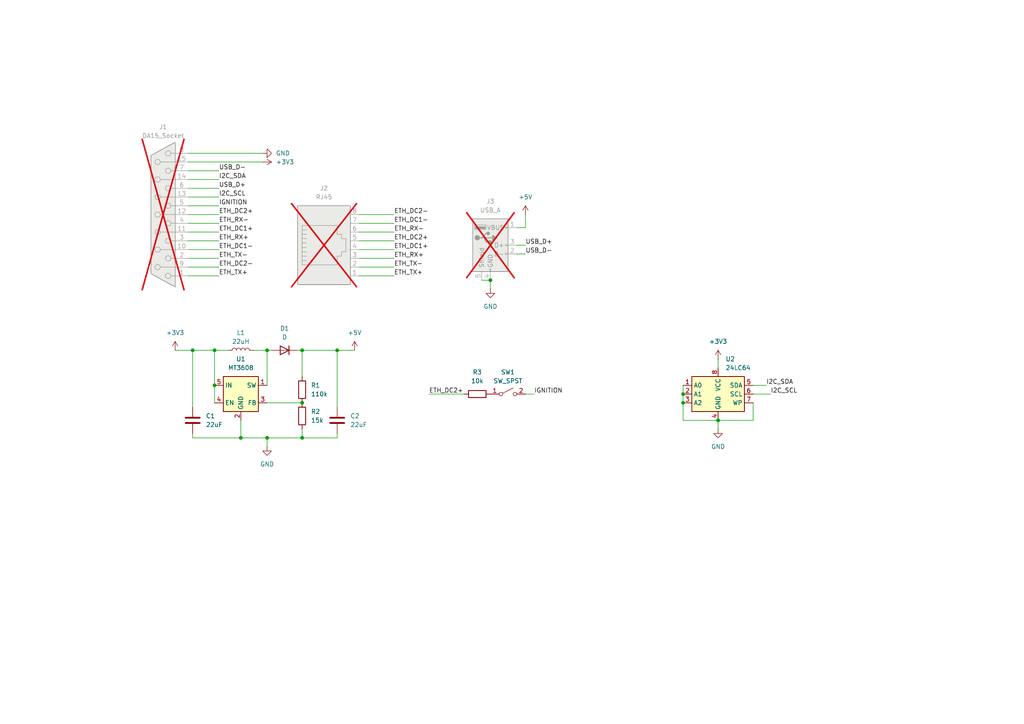
<source format=kicad_sch>
(kicad_sch (version 20250114) (generator "eeschema") (generator_version "9.0")
  (paper "A4")
  (lib_symbols
    (symbol "Connector:DA15_Socket" (pin_names (offset 1.016) (hide yes))
      (property "Reference" "J" (at 0.508 21.59 0))
      (property "Value" "DA15_Socket" (at 0 -22.225 0))
      (symbol "DA15_Socket_0_1"
        (polyline (pts (xy -3.81 20.955) (xy 3.175 17.145) (xy 3.175 -17.145) (xy -3.81 -20.955) (xy -3.81 20.955)) (stroke (width 0.254)) (fill (type background)))
        (polyline (pts (xy -3.81 17.78) (xy -2.54 17.78)))
        (polyline (pts (xy -3.81 15.24) (xy 0.508 15.24)))
        (polyline (pts (xy -3.81 12.7) (xy -2.54 12.7)))
        (polyline (pts (xy -3.81 10.16) (xy 0.508 10.16)))
        (polyline (pts (xy -3.81 7.62) (xy -2.54 7.62)))
        (polyline (pts (xy -3.81 5.08) (xy 0.508 5.08)))
        (polyline (pts (xy -3.81 2.54) (xy -2.54 2.54)))
        (polyline (pts (xy -3.81 0) (xy 0.508 0)))
        (polyline (pts (xy -3.81 -2.54) (xy -2.54 -2.54)))
        (polyline (pts (xy -3.81 -5.08) (xy 0.508 -5.08)))
        (polyline (pts (xy -3.81 -7.62) (xy -2.54 -7.62)))
        (polyline (pts (xy -3.81 -10.16) (xy 0.508 -10.16)))
        (polyline (pts (xy -3.81 -12.7) (xy -2.54 -12.7)))
        (polyline (pts (xy -3.81 -15.24) (xy 0.508 -15.24)))
        (polyline (pts (xy -3.81 -17.78) (xy -2.54 -17.78)))
        (circle (center -1.778 17.78) (radius 0.762))
        (circle (center -1.778 12.7) (radius 0.762))
        (circle (center -1.778 7.62) (radius 0.762))
        (circle (center -1.778 2.54) (radius 0.762))
        (circle (center -1.778 -2.54) (radius 0.762))
        (circle (center -1.778 -7.62) (radius 0.762))
        (circle (center -1.778 -12.7) (radius 0.762))
        (circle (center -1.778 -17.78) (radius 0.762))
        (circle (center 1.27 15.24) (radius 0.762))
        (circle (center 1.27 10.16) (radius 0.762))
        (circle (center 1.27 5.08) (radius 0.762))
        (circle (center 1.27 0) (radius 0.762))
        (circle (center 1.27 -5.08) (radius 0.762))
        (circle (center 1.27 -10.16) (radius 0.762))
        (circle (center 1.27 -15.24) (radius 0.762))
      )
      (symbol "DA15_Socket_1_1"
        (pin passive line (at -7.62 17.78 0) (length 3.81) (name "1") (number "1"))
        (pin passive line (at -7.62 15.24 0) (length 3.81) (name "P9") (number "9"))
        (pin passive line (at -7.62 12.7 0) (length 3.81) (name "2") (number "2"))
        (pin passive line (at -7.62 10.16 0) (length 3.81) (name "P10") (number "10"))
        (pin passive line (at -7.62 7.62 0) (length 3.81) (name "3") (number "3"))
        (pin passive line (at -7.62 5.08 0) (length 3.81) (name "P111") (number "11"))
        (pin passive line (at -7.62 2.54 0) (length 3.81) (name "4") (number "4"))
        (pin passive line (at -7.62 0 0) (length 3.81) (name "P12") (number "12"))
        (pin passive line (at -7.62 -2.54 0) (length 3.81) (name "5") (number "5"))
        (pin passive line (at -7.62 -5.08 0) (length 3.81) (name "P13") (number "13"))
        (pin passive line (at -7.62 -7.62 0) (length 3.81) (name "6") (number "6"))
        (pin passive line (at -7.62 -10.16 0) (length 3.81) (name "P14") (number "14"))
        (pin passive line (at -7.62 -12.7 0) (length 3.81) (name "7") (number "7"))
        (pin passive line (at -7.62 -15.24 0) (length 3.81) (name "P15") (number "15"))
        (pin passive line (at -7.62 -17.78 0) (length 3.81) (name "8") (number "8"))
      )
    )
    (symbol "Connector:RJ45" (pin_names (offset 1.016))
      (property "Reference" "J" (at -5.08 13.97 0))
      (property "Value" "RJ45" (at 2.54 13.97 0))
      (symbol "RJ45_0_1"
        (polyline (pts (xy -6.35 1.905) (xy -5.08 1.905) (xy -5.08 1.905)))
        (polyline (pts (xy -6.35 0.635) (xy -5.08 0.635) (xy -5.08 0.635)))
        (polyline (pts (xy -6.35 -0.635) (xy -5.08 -0.635) (xy -5.08 -0.635)))
        (polyline (pts (xy -6.35 -1.905) (xy -5.08 -1.905) (xy -5.08 -1.905)))
        (polyline (pts (xy -6.35 -3.175) (xy -5.08 -3.175) (xy -5.08 -3.175)))
        (polyline (pts (xy -6.35 -4.445) (xy -6.35 6.985) (xy 3.81 6.985) (xy 3.81 4.445) (xy 5.08 4.445) (xy 5.08 3.175) (xy 6.35 3.175) (xy 6.35 -0.635) (xy 5.08 -0.635) (xy 5.08 -1.905) (xy 3.81 -1.905) (xy 3.81 -4.445) (xy -6.35 -4.445) (xy -6.35 -4.445)))
        (polyline (pts (xy -5.08 5.715) (xy -6.35 5.715)))
        (polyline (pts (xy -5.08 4.445) (xy -6.35 4.445)))
        (polyline (pts (xy -5.08 3.175) (xy -6.35 3.175) (xy -6.35 3.175)))
        (rectangle (start 7.62 12.7) (end -7.62 -10.16) (stroke (width 0.254)) (fill (type background)))
      )
      (symbol "RJ45_1_1"
        (pin passive line (at 10.16 10.16 180) (length 2.54) (name "~") (number "8"))
        (pin passive line (at 10.16 7.62 180) (length 2.54) (name "~") (number "7"))
        (pin passive line (at 10.16 5.08 180) (length 2.54) (name "~") (number "6"))
        (pin passive line (at 10.16 2.54 180) (length 2.54) (name "~") (number "5"))
        (pin passive line (at 10.16 0 180) (length 2.54) (name "~") (number "4"))
        (pin passive line (at 10.16 -2.54 180) (length 2.54) (name "~") (number "3"))
        (pin passive line (at 10.16 -5.08 180) (length 2.54) (name "~") (number "2"))
        (pin passive line (at 10.16 -7.62 180) (length 2.54) (name "~") (number "1"))
      )
    )
    (symbol "Connector:USB_A" (pin_names (offset 1.016))
      (property "Reference" "J" (at -5.08 11.43 0))
      (property "Value" "USB_A" (at -5.08 8.89 0))
      (symbol "USB_A_0_1"
        (rectangle (start -5.08 -7.62) (end 5.08 7.62) (stroke (width 0.254)) (fill (type background)))
        (circle (center -3.81 2.159) (radius 0.635) (stroke (width 0.254)) (fill (type outline)))
        (polyline (pts (xy -3.175 2.159) (xy -2.54 2.159) (xy -1.27 3.429) (xy -0.635 3.429)) (stroke (width 0.254)))
        (polyline (pts (xy -2.54 2.159) (xy -1.905 2.159) (xy -1.27 0.889) (xy 0 0.889)) (stroke (width 0.254)))
        (rectangle (start -1.524 4.826) (end -4.318 5.334) (fill (type outline)))
        (rectangle (start -1.27 4.572) (end -4.572 5.842))
        (circle (center -0.635 3.429) (radius 0.381) (stroke (width 0.254)) (fill (type outline)))
        (rectangle (start -0.127 -7.62) (end 0.127 -6.858))
        (rectangle (start 0.254 1.27) (end -0.508 0.508) (stroke (width 0.254)) (fill (type outline)))
        (polyline (pts (xy 0.635 2.794) (xy 0.635 1.524) (xy 1.905 2.159) (xy 0.635 2.794)) (stroke (width 0.254)) (fill (type outline)))
        (rectangle (start 5.08 4.953) (end 4.318 5.207))
        (rectangle (start 5.08 -0.127) (end 4.318 0.127))
        (rectangle (start 5.08 -2.667) (end 4.318 -2.413))
      )
      (symbol "USB_A_1_1"
        (polyline (pts (xy -1.905 2.159) (xy 0.635 2.159)) (stroke (width 0.254)))
        (pin passive line (at -2.54 -10.16 90) (length 2.54) (name "Shield") (number "5"))
        (pin power_in line (at 0 -10.16 90) (length 2.54) (name "GND") (number "4"))
        (pin power_in line (at 7.62 5.08 180) (length 2.54) (name "VBUS") (number "1"))
        (pin bidirectional line (at 7.62 0 180) (length 2.54) (name "D+") (number "3"))
        (pin bidirectional line (at 7.62 -2.54 180) (length 2.54) (name "D-") (number "2"))
      )
    )
    (symbol "Device:C" (pin_numbers (hide yes)) (pin_names (offset 0.254))
      (property "Reference" "C" (at 0.635 2.54 0))
      (property "Value" "C" (at 0.635 -2.54 0))
      (symbol "C_0_1"
        (polyline (pts (xy -2.032 0.762) (xy 2.032 0.762)) (stroke (width 0.508)))
        (polyline (pts (xy -2.032 -0.762) (xy 2.032 -0.762)) (stroke (width 0.508)))
      )
      (symbol "C_1_1"
        (pin passive line (at 0 3.81 270) (length 2.794) (name "~") (number "1"))
        (pin passive line (at 0 -3.81 90) (length 2.794) (name "~") (number "2"))
      )
    )
    (symbol "Device:D" (pin_numbers (hide yes)) (pin_names (offset 1.016) (hide yes))
      (property "Reference" "D" (at 0 2.54 0))
      (property "Value" "D" (at 0 -2.54 0))
      (symbol "D_0_1"
        (polyline (pts (xy -1.27 1.27) (xy -1.27 -1.27)) (stroke (width 0.254)))
        (polyline (pts (xy 1.27 1.27) (xy 1.27 -1.27) (xy -1.27 0) (xy 1.27 1.27)) (stroke (width 0.254)))
        (polyline (pts (xy 1.27 0) (xy -1.27 0)))
      )
      (symbol "D_1_1"
        (pin passive line (at -3.81 0 0) (length 2.54) (name "K") (number "1"))
        (pin passive line (at 3.81 0 180) (length 2.54) (name "A") (number "2"))
      )
    )
    (symbol "Device:L" (pin_numbers (hide yes)) (pin_names (offset 1.016) (hide yes))
      (property "Reference" "L" (at -1.27 0 90))
      (property "Value" "L" (at 1.905 0 90))
      (symbol "L_0_1"
        (arc (start 0 2.54) (mid 0.6323 1.905) (end 0 1.27))
        (arc (start 0 1.27) (mid 0.6323 0.635) (end 0 0))
        (arc (start 0 0) (mid 0.6323 -0.635) (end 0 -1.27))
        (arc (start 0 -1.27) (mid 0.6323 -1.905) (end 0 -2.54))
      )
      (symbol "L_1_1"
        (pin passive line (at 0 3.81 270) (length 1.27) (name "1") (number "1"))
        (pin passive line (at 0 -3.81 90) (length 1.27) (name "2") (number "2"))
      )
    )
    (symbol "Device:R" (pin_numbers (hide yes)) (pin_names (offset 0))
      (property "Reference" "R" (at 2.032 0 90))
      (property "Value" "R" (at 0 0 90))
      (symbol "R_0_1"
        (rectangle (start -1.016 -2.54) (end 1.016 2.54) (stroke (width 0.254)))
      )
      (symbol "R_1_1"
        (pin passive line (at 0 3.81 270) (length 1.27) (name "~") (number "1"))
        (pin passive line (at 0 -3.81 90) (length 1.27) (name "~") (number "2"))
      )
    )
    (symbol "Memory_EEPROM:24LC64"
      (property "Reference" "U" (at -6.35 6.35 0))
      (property "Value" "24LC64" (at 1.27 6.35 0))
      (symbol "24LC64_1_1"
        (rectangle (start -7.62 5.08) (end 7.62 -5.08) (stroke (width 0.254)) (fill (type background)))
        (pin input line (at -10.16 2.54 0) (length 2.54) (name "A0") (number "1"))
        (pin input line (at -10.16 0 0) (length 2.54) (name "A1") (number "2"))
        (pin input line (at -10.16 -2.54 0) (length 2.54) (name "A2") (number "3"))
        (pin power_in line (at 0 7.62 270) (length 2.54) (name "VCC") (number "8"))
        (pin power_in line (at 0 -7.62 90) (length 2.54) (name "GND") (number "4"))
        (pin bidirectional line (at 10.16 2.54 180) (length 2.54) (name "SDA") (number "5"))
        (pin input line (at 10.16 0 180) (length 2.54) (name "SCL") (number "6"))
        (pin input line (at 10.16 -2.54 180) (length 2.54) (name "WP") (number "7"))
      )
    )
    (symbol "Regulator_Switching:MT3608"
      (property "Reference" "U" (at -2.54 8.89 0))
      (property "Value" "MT3608" (at -3.81 6.35 0))
      (symbol "MT3608_0_1"
        (rectangle (start -5.08 5.08) (end 5.08 -5.08) (stroke (width 0.254)) (fill (type background)))
      )
      (symbol "MT3608_1_1"
        (pin power_in line (at -7.62 2.54 0) (length 2.54) (name "IN") (number "5"))
        (pin input line (at -7.62 -2.54 0) (length 2.54) (name "EN") (number "4"))
        (pin power_in line (at 0 -7.62 90) (length 2.54) (name "GND") (number "2"))
        (pin no_connect line (at 5.08 0 180) (length 2.54) (hide yes) (name "NC") (number "6"))
        (pin passive line (at 7.62 2.54 180) (length 2.54) (name "SW") (number "1"))
        (pin input line (at 7.62 -2.54 180) (length 2.54) (name "FB") (number "3"))
      )
    )
    (symbol "Switch:SW_SPST" (pin_names (offset 0) (hide yes))
      (property "Reference" "SW" (at 0 3.175 0))
      (property "Value" "SW_SPST" (at 0 -2.54 0))
      (symbol "SW_SPST_0_0"
        (circle (center -2.032 0) (radius 0.508))
        (polyline (pts (xy -1.524 0.254) (xy 1.524 1.778)))
        (circle (center 2.032 0) (radius 0.508))
      )
      (symbol "SW_SPST_1_1"
        (pin passive line (at -5.08 0 0) (length 2.54) (name "A") (number "1"))
        (pin passive line (at 5.08 0 180) (length 2.54) (name "B") (number "2"))
      )
    )
    (symbol "power:+3V3" (power) (pin_numbers (hide yes)) (pin_names (offset 0) (hide yes))
      (property "Value" "+3V3" (at 0 3.556 0))
      (symbol "+3V3_0_1"
        (polyline (pts (xy -0.762 1.27) (xy 0 2.54)))
        (polyline (pts (xy 0 2.54) (xy 0.762 1.27)))
        (polyline (pts (xy 0 0) (xy 0 2.54)))
      )
      (symbol "+3V3_1_1"
        (pin power_in line (at 0 0 90) (length 0) (name "~") (number "1"))
      )
    )
    (symbol "power:+5V" (power) (pin_numbers (hide yes)) (pin_names (offset 0) (hide yes))
      (property "Value" "+5V" (at 0 3.556 0))
      (symbol "+5V_0_1"
        (polyline (pts (xy -0.762 1.27) (xy 0 2.54)))
        (polyline (pts (xy 0 2.54) (xy 0.762 1.27)))
        (polyline (pts (xy 0 0) (xy 0 2.54)))
      )
      (symbol "+5V_1_1"
        (pin power_in line (at 0 0 90) (length 0) (name "~") (number "1"))
      )
    )
    (symbol "power:GND" (power) (pin_numbers (hide yes)) (pin_names (offset 0) (hide yes))
      (property "Value" "GND" (at 0 -3.81 0))
      (symbol "GND_0_1"
        (polyline (pts (xy 0 0) (xy 0 -1.27) (xy 1.27 -1.27) (xy 0 -2.54) (xy -1.27 -1.27) (xy 0 -1.27)))
      )
      (symbol "GND_1_1"
        (pin power_in line (at 0 0 270) (length 0) (name "~") (number "1"))
      )
    )
  )
  (junction (at 208.28 121.92))
  (junction (at 97.79 101.6))
  (junction (at 198.12 116.84))
  (junction (at 62.23 111.76))
  (junction (at 87.63 101.6))
  (junction (at 55.88 101.6))
  (junction (at 77.47 101.6))
  (junction (at 142.24 81.28))
  (junction (at 87.63 127))
  (junction (at 69.85 127))
  (junction (at 198.12 114.3))
  (junction (at 77.47 127))
  (junction (at 62.23 101.6))
  (junction (at 87.63 116.84))
  (wire (pts (xy 86.36 101.6) (xy 87.63 101.6)))
  (wire (pts (xy 63.5 49.53) (xy 54.61 49.53)))
  (wire (pts (xy 54.61 67.31) (xy 63.5 67.31)))
  (wire (pts (xy 54.61 64.77) (xy 63.5 64.77)))
  (wire (pts (xy 62.23 111.76) (xy 62.23 101.6)))
  (wire (pts (xy 198.12 116.84) (xy 198.12 121.92)))
  (wire (pts (xy 142.24 83.82) (xy 142.24 81.28)))
  (wire (pts (xy 198.12 121.92) (xy 208.28 121.92)))
  (wire (pts (xy 87.63 109.22) (xy 87.63 101.6)))
  (wire (pts (xy 69.85 121.92) (xy 69.85 127)))
  (wire (pts (xy 54.61 69.85) (xy 63.5 69.85)))
  (wire (pts (xy 152.4 62.23) (xy 152.4 66.04)))
  (wire (pts (xy 77.47 127) (xy 87.63 127)))
  (wire (pts (xy 55.88 127) (xy 69.85 127)))
  (wire (pts (xy 55.88 127) (xy 55.88 125.73)))
  (wire (pts (xy 50.8 101.6) (xy 55.88 101.6)))
  (wire (pts (xy 77.47 101.6) (xy 73.66 101.6)))
  (wire (pts (xy 77.47 127) (xy 69.85 127)))
  (wire (pts (xy 54.61 77.47) (xy 63.5 77.47)))
  (wire (pts (xy 218.44 121.92) (xy 208.28 121.92)))
  (wire (pts (xy 54.61 72.39) (xy 63.5 72.39)))
  (wire (pts (xy 198.12 111.76) (xy 198.12 114.3)))
  (wire (pts (xy 104.14 74.93) (xy 114.3 74.93)))
  (wire (pts (xy 78.74 101.6) (xy 77.47 101.6)))
  (wire (pts (xy 76.2 44.45) (xy 54.61 44.45)))
  (wire (pts (xy 208.28 124.46) (xy 208.28 121.92)))
  (wire (pts (xy 62.23 111.76) (xy 62.23 116.84)))
  (wire (pts (xy 54.61 80.01) (xy 63.5 80.01)))
  (wire (pts (xy 87.63 124.46) (xy 87.63 127)))
  (wire (pts (xy 154.94 114.3) (xy 152.4 114.3)))
  (wire (pts (xy 152.4 66.04) (xy 149.86 66.04)))
  (wire (pts (xy 97.79 101.6) (xy 97.79 118.11)))
  (wire (pts (xy 104.14 69.85) (xy 114.3 69.85)))
  (wire (pts (xy 152.4 73.66) (xy 149.86 73.66)))
  (wire (pts (xy 54.61 62.23) (xy 63.5 62.23)))
  (wire (pts (xy 104.14 64.77) (xy 114.3 64.77)))
  (wire (pts (xy 77.47 111.76) (xy 77.47 101.6)))
  (wire (pts (xy 198.12 116.84) (xy 198.12 114.3)))
  (wire (pts (xy 97.79 125.73) (xy 97.79 127)))
  (wire (pts (xy 63.5 52.07) (xy 54.61 52.07)))
  (wire (pts (xy 104.14 72.39) (xy 114.3 72.39)))
  (wire (pts (xy 104.14 62.23) (xy 114.3 62.23)))
  (wire (pts (xy 152.4 71.12) (xy 149.86 71.12)))
  (wire (pts (xy 55.88 101.6) (xy 55.88 118.11)))
  (wire (pts (xy 62.23 101.6) (xy 66.04 101.6)))
  (wire (pts (xy 218.44 116.84) (xy 218.44 121.92)))
  (wire (pts (xy 76.2 46.99) (xy 54.61 46.99)))
  (wire (pts (xy 222.25 111.76) (xy 218.44 111.76)))
  (wire (pts (xy 97.79 101.6) (xy 102.87 101.6)))
  (wire (pts (xy 104.14 67.31) (xy 114.3 67.31)))
  (wire (pts (xy 139.7 81.28) (xy 142.24 81.28)))
  (wire (pts (xy 87.63 101.6) (xy 97.79 101.6)))
  (wire (pts (xy 97.79 127) (xy 87.63 127)))
  (wire (pts (xy 63.5 54.61) (xy 54.61 54.61)))
  (wire (pts (xy 124.46 114.3) (xy 134.62 114.3)))
  (wire (pts (xy 63.5 57.15) (xy 54.61 57.15)))
  (wire (pts (xy 55.88 101.6) (xy 62.23 101.6)))
  (wire (pts (xy 208.28 104.14) (xy 208.28 106.68)))
  (wire (pts (xy 63.5 59.69) (xy 54.61 59.69)))
  (wire (pts (xy 104.14 80.01) (xy 114.3 80.01)))
  (wire (pts (xy 54.61 74.93) (xy 63.5 74.93)))
  (wire (pts (xy 77.47 116.84) (xy 87.63 116.84)))
  (wire (pts (xy 104.14 77.47) (xy 114.3 77.47)))
  (wire (pts (xy 223.52 114.3) (xy 218.44 114.3)))
  (wire (pts (xy 77.47 127) (xy 77.47 129.54)))
  (label "USB_D-" (at 63.5 49.53 0))
  (label "ETH_DC2-" (at 114.3 62.23 0))
  (label "IGNITION" (at 154.94 114.3 0))
  (label "ETH_TX+" (at 114.3 80.01 0))
  (label "ETH_DC1-" (at 63.5 72.39 0))
  (label "ETH_RX+" (at 63.5 69.85 0))
  (label "ETH_DC2+" (at 124.46 114.3 0))
  (label "USB_D+" (at 152.4 71.12 0))
  (label "USB_D-" (at 152.4 73.66 0))
  (label "ETH_TX-" (at 63.5 74.93 0))
  (label "ETH_TX+" (at 63.5 80.01 0))
  (label "ETH_DC1-" (at 114.3 64.77 0))
  (label "ETH_RX-" (at 63.5 64.77 0))
  (label "IGNITION" (at 63.5 59.69 0))
  (label "ETH_DC2+" (at 114.3 69.85 0))
  (label "I2C_SCL" (at 63.5 57.15 0))
  (label "ETH_TX-" (at 114.3 77.47 0))
  (label "ETH_RX+" (at 114.3 74.93 0))
  (label "ETH_DC2-" (at 63.5 77.47 0))
  (label "USB_D+" (at 63.5 54.61 0))
  (label "I2C_SCL" (at 223.52 114.3 0))
  (label "ETH_DC1+" (at 63.5 67.31 0))
  (label "I2C_SDA" (at 222.25 111.76 0))
  (label "ETH_RX-" (at 114.3 67.31 0))
  (label "ETH_DC1+" (at 114.3 72.39 0))
  (label "I2C_SDA" (at 63.5 52.07 0))
  (label "ETH_DC2+" (at 63.5 62.23 0))
  (symbol (lib_id "Connector:RJ45") (at 93.98 72.39 0) (unit 1) (in_bom no) (dnp yes)
    (property "Reference" "J2" (at 93.98 54.61 0))
    (property "Value" "RJ45" (at 93.98 57.15 0))
    (property "Footprint" "Connector_RJ:RJ45_OST_PJ012-8P8CX_Vertical" (effects (hide yes)))
    (property "Description" "RJ connector, 8P8C (8 positions 8 connected)" (effects (hide yes)))
  )
  (symbol (lib_id "power:+3V3") (at 76.2 46.99 270) (unit 1)
    (property "Reference" "#PWR07" (effects (hide yes)))
    (property "Value" "+3V3" (at 80.01 46.9899 90) (effects (justify left)))
    (property "Description" "Power symbol creates a global label with name \"+3V3\"" (effects (hide yes)))
  )
  (symbol (lib_id "Regulator_Switching:MT3608") (at 69.85 114.3 0) (unit 1)
    (property "Reference" "U1" (at 69.85 104.14 0))
    (property "Value" "MT3608" (at 69.85 106.68 0))
    (property "Footprint" "Package_TO_SOT_SMD:SOT-23-6" (effects (hide yes)))
    (property "Datasheet" "https://www.lcsc.com/datasheet/C84817.pdf" (effects (hide yes)))
    (property "Description" "High Efficiency 1.2MHz 2A Step Up Converter, 2-24V Vin, 28V Vout, 4A current limit, 1.2MHz, SOT23-6" (effects (hide yes)))
    (property "LCSC" "C84817" (effects (hide yes)))
  )
  (symbol (lib_id "power:+3V3") (at 208.28 104.14 0) (unit 1)
    (property "Reference" "#PWR09" (effects (hide yes)))
    (property "Value" "+3V3" (at 208.28 99.06 0))
    (property "Description" "Power symbol creates a global label with name \"+3V3\"" (effects (hide yes)))
  )
  (symbol (lib_id "Switch:SW_SPST") (at 147.32 114.3 0) (unit 1)
    (property "Reference" "SW1" (at 147.32 107.95 0))
    (property "Value" "SW_SPST" (at 147.32 110.49 0))
    (property "Footprint" "Button_Switch_SMD:SW_SPST_TS-1088-xR020" (effects (hide yes)))
    (property "Datasheet" "https://www.lcsc.com/datasheet/C720477.pdf" (effects (hide yes)))
    (property "Description" "Single Pole Single Throw (SPST) switch" (effects (hide yes)))
    (property "LCSC" "C720477" (effects (hide yes)))
  )
  (symbol (lib_id "Connector:USB_A") (at 142.24 71.12 0) (unit 1) (in_bom no) (dnp yes)
    (property "Reference" "J3" (at 142.24 58.42 0))
    (property "Value" "USB_A" (at 142.24 60.96 0))
    (property "Footprint" "Connector_USB:USB_A_Molex_105057_Vertical" (effects (hide yes)))
    (property "Description" "USB Type A connector" (effects (hide yes)))
  )
  (symbol (lib_id "power:GND") (at 77.47 129.54 0) (unit 1)
    (property "Reference" "#PWR01" (effects (hide yes)))
    (property "Value" "GND" (at 77.47 134.62 0))
    (property "Description" "Power symbol creates a global label with name \"GND\" , ground" (effects (hide yes)))
  )
  (symbol (lib_id "power:GND") (at 208.28 124.46 0) (unit 1)
    (property "Reference" "#PWR08" (effects (hide yes)))
    (property "Value" "GND" (at 208.28 129.54 0))
    (property "Description" "Power symbol creates a global label with name \"GND\" , ground" (effects (hide yes)))
  )
  (symbol (lib_id "power:+3V3") (at 50.8 101.6 0) (unit 1)
    (property "Reference" "#PWR02" (effects (hide yes)))
    (property "Value" "+3V3" (at 50.8 96.52 0))
    (property "Description" "Power symbol creates a global label with name \"+3V3\"" (effects (hide yes)))
  )
  (symbol (lib_id "power:GND") (at 76.2 44.45 90) (unit 1)
    (property "Reference" "#PWR04" (effects (hide yes)))
    (property "Value" "GND" (at 80.01 44.4499 90) (effects (justify right)))
    (property "Description" "Power symbol creates a global label with name \"GND\" , ground" (effects (hide yes)))
  )
  (symbol (lib_id "Connector:DA15_Socket") (at 46.99 62.23 180) (unit 1) (in_bom no) (dnp yes)
    (property "Reference" "J1" (at 47.3075 36.83 0))
    (property "Value" "DA15_Socket" (at 47.3075 39.37 0))
    (property "Footprint" "Connector_Dsub:DSUB-15_Socket_Vertical_P2.77x2.84mm" (effects (hide yes)))
    (property "Description" "15-pin D-SUB connector, socket (female) (low-density/2 columns)" (effects (hide yes)))
  )
  (symbol (lib_id "Memory_EEPROM:24LC64") (at 208.28 114.3 0) (unit 1)
    (property "Reference" "U2" (at 210.4233 104.14 0) (effects (justify left)))
    (property "Value" "24LC64" (at 210.4233 106.68 0) (effects (justify left)))
    (property "Footprint" "Package_SO:SOIC-8_3.9x4.9mm_P1.27mm" (effects (hide yes)))
    (property "Datasheet" "http://ww1.microchip.com/downloads/en/DeviceDoc/21189f.pdf" (effects (hide yes)))
    (property "Description" "I2C Serial EEPROM, 64Kb, DIP-8/SOIC-8/TSSOP-8/DFN-8" (effects (hide yes)))
    (property "LCSC" "C511260" (effects (hide yes)))
  )
  (symbol (lib_id "Device:D") (at 82.55 101.6 180) (unit 1)
    (property "Reference" "D1" (at 82.55 95.25 0))
    (property "Value" "D" (at 82.55 97.79 0))
    (property "Footprint" "Diode_SMD:D_SMA" (effects (hide yes)))
    (property "Datasheet" "https://www.lcsc.com/datasheet/C727050.pdf" (effects (hide yes)))
    (property "Description" "Diode" (effects (hide yes)))
    (property "Sim.Device" "D" (effects (hide yes)))
    (property "Sim.Pins" "1=K 2=A" (effects (hide yes)))
    (property "LCSC" "C727050" (effects (hide yes)))
  )
  (symbol (lib_id "Device:R") (at 87.63 120.65 0) (unit 1)
    (property "Reference" "R2" (at 90.17 119.3799 0) (effects (justify left)))
    (property "Value" "15k" (at 90.17 121.9199 0) (effects (justify left)))
    (property "Footprint" "Resistor_SMD:R_0603_1608Metric" (effects (hide yes)))
    (property "Datasheet" "https://www.lcsc.com/datasheet/C2906995.pdf" (effects (hide yes)))
    (property "Description" "Resistor" (effects (hide yes)))
    (property "LCSC" "C2906995" (effects (hide yes)))
  )
  (symbol (lib_id "Device:R") (at 87.63 113.03 0) (unit 1)
    (property "Reference" "R1" (at 90.17 111.7599 0) (effects (justify left)))
    (property "Value" "110k" (at 90.17 114.2999 0) (effects (justify left)))
    (property "Footprint" "Resistor_SMD:R_0603_1608Metric" (effects (hide yes)))
    (property "Datasheet" "https://www.lcsc.com/datasheet/C2906984.pdf" (effects (hide yes)))
    (property "Description" "Resistor" (effects (hide yes)))
    (property "LCSC" "C2906984" (effects (hide yes)))
  )
  (symbol (lib_id "power:+5V") (at 152.4 62.23 0) (unit 1)
    (property "Reference" "#PWR06" (effects (hide yes)))
    (property "Value" "+5V" (at 152.4 57.15 0))
    (property "Description" "Power symbol creates a global label with name \"+5V\"" (effects (hide yes)))
  )
  (symbol (lib_id "Device:L") (at 69.85 101.6 90) (unit 1)
    (property "Reference" "L1" (at 69.85 96.52 90))
    (property "Value" "22uH" (at 69.85 99.06 90))
    (property "Footprint" "Inductor_SMD:L_APV_APH0630" (effects (hide yes)))
    (property "Datasheet" "https://www.lcsc.com/datasheet/C5349702.pdf" (effects (hide yes)))
    (property "Description" "Inductor" (effects (hide yes)))
    (property "LCSC" "C5349702" (effects (hide yes)))
  )
  (symbol (lib_id "power:GND") (at 142.24 83.82 0) (unit 1)
    (property "Reference" "#PWR05" (effects (hide yes)))
    (property "Value" "GND" (at 142.24 88.9 0))
    (property "Description" "Power symbol creates a global label with name \"GND\" , ground" (effects (hide yes)))
  )
  (symbol (lib_id "Device:C") (at 55.88 121.92 0) (unit 1)
    (property "Reference" "C1" (at 59.69 120.6499 0) (effects (justify left)))
    (property "Value" "22uF" (at 59.69 123.1899 0) (effects (justify left)))
    (property "Footprint" "Capacitor_SMD:C_0603_1608Metric" (effects (hide yes)))
    (property "Datasheet" "https://www.lcsc.com/datasheet/C86295.pdf" (effects (hide yes)))
    (property "Description" "Unpolarized capacitor" (effects (hide yes)))
    (property "LCSC" "C86295" (effects (hide yes)))
  )
  (symbol (lib_id "Device:C") (at 97.79 121.92 0) (unit 1)
    (property "Reference" "C2" (at 101.6 120.6499 0) (effects (justify left)))
    (property "Value" "22uF" (at 101.6 123.1899 0) (effects (justify left)))
    (property "Footprint" "Capacitor_SMD:C_0603_1608Metric" (effects (hide yes)))
    (property "Datasheet" "https://www.lcsc.com/datasheet/C86295.pdf" (effects (hide yes)))
    (property "Description" "Unpolarized capacitor" (effects (hide yes)))
    (property "LCSC" "C86295" (effects (hide yes)))
  )
  (symbol (lib_id "power:+5V") (at 102.87 101.6 0) (unit 1)
    (property "Reference" "#PWR03" (effects (hide yes)))
    (property "Value" "+5V" (at 102.87 96.52 0))
    (property "Description" "Power symbol creates a global label with name \"+5V\"" (effects (hide yes)))
  )
  (symbol (lib_id "Device:R") (at 138.43 114.3 90) (unit 1)
    (property "Reference" "R3" (at 138.43 107.95 90))
    (property "Value" "10k" (at 138.43 110.49 90))
    (property "Footprint" "Resistor_SMD:R_0603_1608Metric" (effects (hide yes)))
    (property "Datasheet" "https://www.lcsc.com/datasheet/C2930027.pdf" (effects (hide yes)))
    (property "Description" "Resistor" (effects (hide yes)))
    (property "LCSC" "C2930027" (effects (hide yes)))
  )
)
</source>
